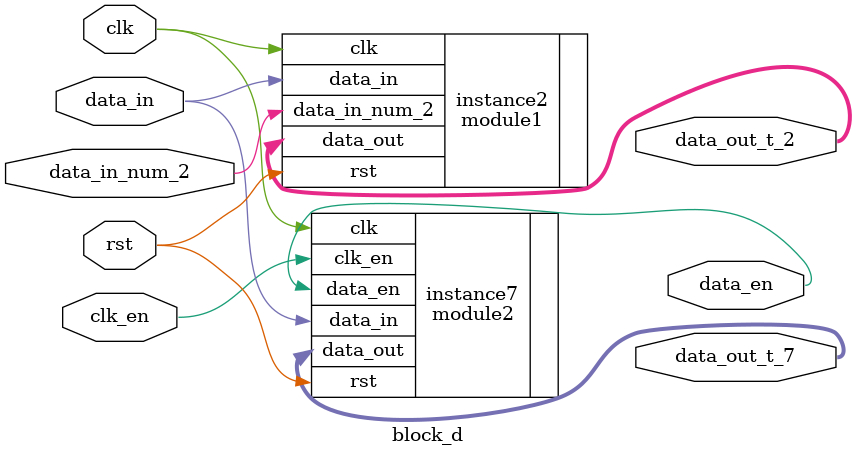
<source format=v>
module block_d  #(parameter DATA2=3,
parameter DATA_WIDTH=1,
parameter DATA_W2 = 5)(
/*autoinput*/
input [DATA_WIDTH-1:0] data_in_num_2 ,
input  rst ,
input  clk_en ,
input [DATA_WIDTH-1:0] data_in ,
input  clk ,
/*autooutput*/
output [DATA2:0] data_out_t_2 ,
output [2:0] data_out_t_7 ,
output  data_en );

/*autowire*/
/*AUTO_TEMPLATE ins\(t\)ance\(\d+\)(
.data_out(data_out_$i1_$i2));
*/

module1 #(.DATA_WIDTH(DATA_WIDTH)) instance2(
.data_in_num_2(data_in_num_2),
.data_out(data_out_t_2),
.rst(rst),
.clk(clk),
.data_in(data_in));


module2 #(.DATA_W2(DATA_W2)) instance7(
.data_out(data_out_t_7),
.rst(rst),
.clk_en(clk_en),
.data_en(data_en),
.clk(clk),
.data_in(data_in));

endmodule
</source>
